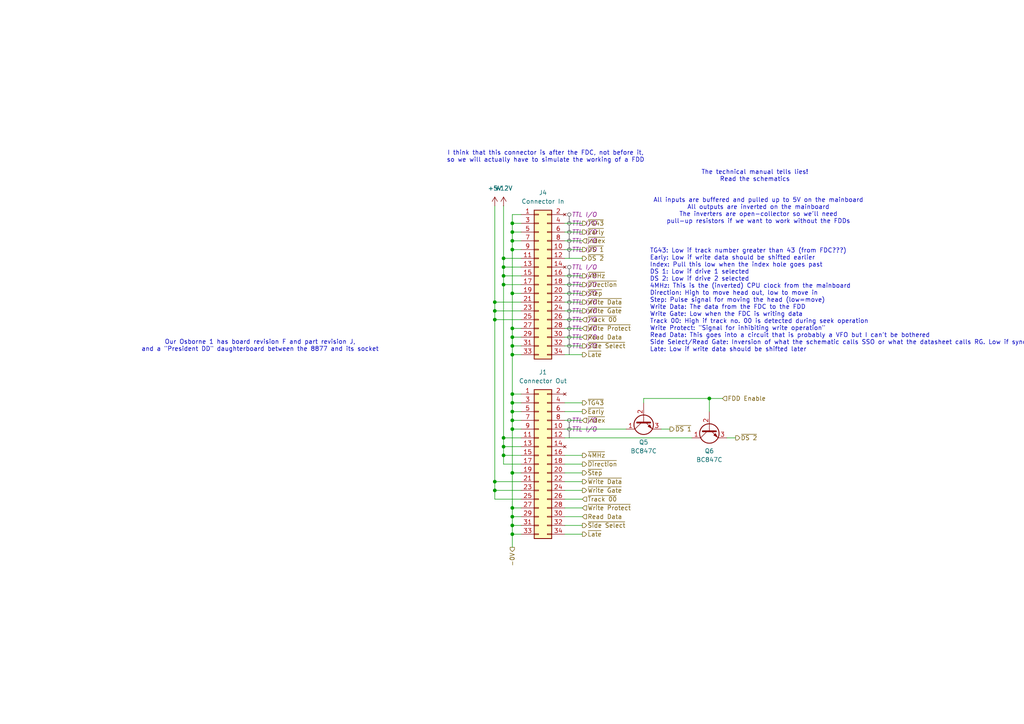
<source format=kicad_sch>
(kicad_sch (version 20231120) (generator "eeschema") (generator_version "8.0")
  (paper "A4")
  (lib_symbols
    (symbol "Conn_02x17_Odd_Even_1" (pin_names (offset 1.016) hide)
      (property "Reference" "J4" (at 1.27 26.67 0))
      (property "Value" "Connector Out" (at 1.27 24.13 0))
      (symbol "Conn_02x17_Odd_Even_1_1_1"
        (rectangle (start -1.27 -20.193) (end 0 -20.447) (stroke (width 0.1524)))
        (rectangle (start -1.27 -17.653) (end 0 -17.907) (stroke (width 0.1524)))
        (rectangle (start -1.27 -15.113) (end 0 -15.367) (stroke (width 0.1524)))
        (rectangle (start -1.27 -12.573) (end 0 -12.827) (stroke (width 0.1524)))
        (rectangle (start -1.27 -10.033) (end 0 -10.287) (stroke (width 0.1524)))
        (rectangle (start -1.27 -7.493) (end 0 -7.747) (stroke (width 0.1524)))
        (rectangle (start -1.27 -4.953) (end 0 -5.207) (stroke (width 0.1524)))
        (rectangle (start -1.27 -2.413) (end 0 -2.667) (stroke (width 0.1524)))
        (rectangle (start -1.27 0.127) (end 0 -0.127) (stroke (width 0.1524)))
        (rectangle (start -1.27 2.667) (end 0 2.413) (stroke (width 0.1524)))
        (rectangle (start -1.27 5.207) (end 0 4.953) (stroke (width 0.1524)))
        (rectangle (start -1.27 7.747) (end 0 7.493) (stroke (width 0.1524)))
        (rectangle (start -1.27 10.287) (end 0 10.033) (stroke (width 0.1524)))
        (rectangle (start -1.27 12.827) (end 0 12.573) (stroke (width 0.1524)))
        (rectangle (start -1.27 15.367) (end 0 15.113) (stroke (width 0.1524)))
        (rectangle (start -1.27 17.907) (end 0 17.653) (stroke (width 0.1524)))
        (rectangle (start -1.27 20.447) (end 0 20.193) (stroke (width 0.1524)))
        (rectangle (start -1.27 21.59) (end 3.81 -21.59) (stroke (width 0.254)) (fill (type background)))
        (rectangle (start 3.81 -20.193) (end 2.54 -20.447) (stroke (width 0.1524)))
        (rectangle (start 3.81 -17.653) (end 2.54 -17.907) (stroke (width 0.1524)))
        (rectangle (start 3.81 -15.113) (end 2.54 -15.367) (stroke (width 0.1524)))
        (rectangle (start 3.81 -12.573) (end 2.54 -12.827) (stroke (width 0.1524)))
        (rectangle (start 3.81 -10.033) (end 2.54 -10.287) (stroke (width 0.1524)))
        (rectangle (start 3.81 -7.493) (end 2.54 -7.747) (stroke (width 0.1524)))
        (rectangle (start 3.81 -4.953) (end 2.54 -5.207) (stroke (width 0.1524)))
        (rectangle (start 3.81 -2.413) (end 2.54 -2.667) (stroke (width 0.1524)))
        (rectangle (start 3.81 0.127) (end 2.54 -0.127) (stroke (width 0.1524)))
        (rectangle (start 3.81 2.667) (end 2.54 2.413) (stroke (width 0.1524)))
        (rectangle (start 3.81 5.207) (end 2.54 4.953) (stroke (width 0.1524)))
        (rectangle (start 3.81 7.747) (end 2.54 7.493) (stroke (width 0.1524)))
        (rectangle (start 3.81 10.287) (end 2.54 10.033) (stroke (width 0.1524)))
        (rectangle (start 3.81 12.827) (end 2.54 12.573) (stroke (width 0.1524)))
        (rectangle (start 3.81 15.367) (end 2.54 15.113) (stroke (width 0.1524)))
        (rectangle (start 3.81 17.907) (end 2.54 17.653) (stroke (width 0.1524)))
        (rectangle (start 3.81 20.447) (end 2.54 20.193) (stroke (width 0.1524)))
        (pin passive line (at -5.08 20.32 0) (length 3.81) (name "Pin_1") (number "1"))
        (pin passive line (at 7.62 10.16 180) (length 3.81) (name "Pin_10") (number "10"))
        (pin passive line (at -5.08 7.62 0) (length 3.81) (name "Pin_11") (number "11"))
        (pin passive line (at 7.62 7.62 180) (length 3.81) (name "Pin_12") (number "12"))
        (pin passive line (at -5.08 5.08 0) (length 3.81) (name "Pin_13") (number "13"))
        (pin no_connect line (at 7.62 5.08 180) (length 3.81) (name "Pin_14") (number "14"))
        (pin passive line (at -5.08 2.54 0) (length 3.81) (name "Pin_15") (number "15"))
        (pin passive line (at 7.62 2.54 180) (length 3.81) (name "Pin_16") (number "16"))
        (pin passive line (at -5.08 0 0) (length 3.81) (name "Pin_17") (number "17"))
        (pin passive line (at 7.62 0 180) (length 3.81) (name "Pin_18") (number "18"))
        (pin passive line (at -5.08 -2.54 0) (length 3.81) (name "Pin_19") (number "19"))
        (pin no_connect line (at 7.62 20.32 180) (length 3.81) (name "Pin_2") (number "2"))
        (pin passive line (at 7.62 -2.54 180) (length 3.81) (name "Pin_20") (number "20"))
        (pin passive line (at -5.08 -5.08 0) (length 3.81) (name "Pin_21") (number "21"))
        (pin passive line (at 7.62 -5.08 180) (length 3.81) (name "Pin_22") (number "22"))
        (pin passive line (at -5.08 -7.62 0) (length 3.81) (name "Pin_23") (number "23"))
        (pin passive line (at 7.62 -7.62 180) (length 3.81) (name "Pin_24") (number "24"))
        (pin passive line (at -5.08 -10.16 0) (length 3.81) (name "Pin_25") (number "25"))
        (pin passive line (at 7.62 -10.16 180) (length 3.81) (name "Pin_26") (number "26"))
        (pin passive line (at -5.08 -12.7 0) (length 3.81) (name "Pin_27") (number "27"))
        (pin passive line (at 7.62 -12.7 180) (length 3.81) (name "Pin_28") (number "28"))
        (pin passive line (at -5.08 -15.24 0) (length 3.81) (name "Pin_29") (number "29"))
        (pin passive line (at -5.08 17.78 0) (length 3.81) (name "Pin_3") (number "3"))
        (pin passive line (at 7.62 -15.24 180) (length 3.81) (name "Pin_30") (number "30"))
        (pin passive line (at -5.08 -17.78 0) (length 3.81) (name "Pin_31") (number "31"))
        (pin passive line (at 7.62 -17.78 180) (length 3.81) (name "Pin_32") (number "32"))
        (pin passive line (at -5.08 -20.32 0) (length 3.81) (name "Pin_33") (number "33"))
        (pin passive line (at 7.62 -20.32 180) (length 3.81) (name "Pin_34") (number "34"))
        (pin passive line (at 7.62 17.78 180) (length 3.81) (name "Pin_4") (number "4"))
        (pin passive line (at -5.08 15.24 0) (length 3.81) (name "Pin_5") (number "5"))
        (pin passive line (at 7.62 15.24 180) (length 3.81) (name "Pin_6") (number "6"))
        (pin passive line (at -5.08 12.7 0) (length 3.81) (name "Pin_7") (number "7"))
        (pin passive line (at 7.62 12.7 180) (length 3.81) (name "Pin_8") (number "8"))
        (pin passive line (at -5.08 10.16 0) (length 3.81) (name "Pin_9") (number "9"))
      )
    )
    (symbol "Connector_Generic:Conn_02x17_Odd_Even" (pin_names (offset 1.016) hide)
      (property "Reference" "J1" (at 1.27 26.67 0))
      (property "Value" "Connector In" (at 1.27 24.13 0))
      (symbol "Conn_02x17_Odd_Even_1_1"
        (rectangle (start -1.27 -20.193) (end 0 -20.447) (stroke (width 0.1524)))
        (rectangle (start -1.27 -17.653) (end 0 -17.907) (stroke (width 0.1524)))
        (rectangle (start -1.27 -15.113) (end 0 -15.367) (stroke (width 0.1524)))
        (rectangle (start -1.27 -12.573) (end 0 -12.827) (stroke (width 0.1524)))
        (rectangle (start -1.27 -10.033) (end 0 -10.287) (stroke (width 0.1524)))
        (rectangle (start -1.27 -7.493) (end 0 -7.747) (stroke (width 0.1524)))
        (rectangle (start -1.27 -4.953) (end 0 -5.207) (stroke (width 0.1524)))
        (rectangle (start -1.27 -2.413) (end 0 -2.667) (stroke (width 0.1524)))
        (rectangle (start -1.27 0.127) (end 0 -0.127) (stroke (width 0.1524)))
        (rectangle (start -1.27 2.667) (end 0 2.413) (stroke (width 0.1524)))
        (rectangle (start -1.27 5.207) (end 0 4.953) (stroke (width 0.1524)))
        (rectangle (start -1.27 7.747) (end 0 7.493) (stroke (width 0.1524)))
        (rectangle (start -1.27 10.287) (end 0 10.033) (stroke (width 0.1524)))
        (rectangle (start -1.27 12.827) (end 0 12.573) (stroke (width 0.1524)))
        (rectangle (start -1.27 15.367) (end 0 15.113) (stroke (width 0.1524)))
        (rectangle (start -1.27 17.907) (end 0 17.653) (stroke (width 0.1524)))
        (rectangle (start -1.27 20.447) (end 0 20.193) (stroke (width 0.1524)))
        (rectangle (start -1.27 21.59) (end 3.81 -21.59) (stroke (width 0.254)) (fill (type background)))
        (rectangle (start 3.81 -20.193) (end 2.54 -20.447) (stroke (width 0.1524)))
        (rectangle (start 3.81 -17.653) (end 2.54 -17.907) (stroke (width 0.1524)))
        (rectangle (start 3.81 -15.113) (end 2.54 -15.367) (stroke (width 0.1524)))
        (rectangle (start 3.81 -12.573) (end 2.54 -12.827) (stroke (width 0.1524)))
        (rectangle (start 3.81 -10.033) (end 2.54 -10.287) (stroke (width 0.1524)))
        (rectangle (start 3.81 -7.493) (end 2.54 -7.747) (stroke (width 0.1524)))
        (rectangle (start 3.81 -4.953) (end 2.54 -5.207) (stroke (width 0.1524)))
        (rectangle (start 3.81 -2.413) (end 2.54 -2.667) (stroke (width 0.1524)))
        (rectangle (start 3.81 0.127) (end 2.54 -0.127) (stroke (width 0.1524)))
        (rectangle (start 3.81 2.667) (end 2.54 2.413) (stroke (width 0.1524)))
        (rectangle (start 3.81 5.207) (end 2.54 4.953) (stroke (width 0.1524)))
        (rectangle (start 3.81 7.747) (end 2.54 7.493) (stroke (width 0.1524)))
        (rectangle (start 3.81 10.287) (end 2.54 10.033) (stroke (width 0.1524)))
        (rectangle (start 3.81 12.827) (end 2.54 12.573) (stroke (width 0.1524)))
        (rectangle (start 3.81 15.367) (end 2.54 15.113) (stroke (width 0.1524)))
        (rectangle (start 3.81 17.907) (end 2.54 17.653) (stroke (width 0.1524)))
        (rectangle (start 3.81 20.447) (end 2.54 20.193) (stroke (width 0.1524)))
        (pin power_out line (at -5.08 20.32 0) (length 3.81) (name "Pin_1") (number "1"))
        (pin output line (at 7.62 10.16 180) (length 3.81) (name "Pin_10") (number "10"))
        (pin power_out line (at -5.08 7.62 0) (length 3.81) (name "Pin_11") (number "11"))
        (pin output line (at 7.62 7.62 180) (length 3.81) (name "Pin_12") (number "12"))
        (pin passive line (at -5.08 5.08 0) (length 3.81) (name "Pin_13") (number "13"))
        (pin no_connect line (at 7.62 5.08 180) (length 3.81) (name "Pin_14") (number "14"))
        (pin passive line (at -5.08 2.54 0) (length 3.81) (name "Pin_15") (number "15"))
        (pin output line (at 7.62 2.54 180) (length 3.81) (name "Pin_16") (number "16"))
        (pin passive line (at -5.08 0 0) (length 3.81) (name "Pin_17") (number "17"))
        (pin output line (at 7.62 0 180) (length 3.81) (name "Pin_18") (number "18"))
        (pin passive line (at -5.08 -2.54 0) (length 3.81) (name "Pin_19") (number "19"))
        (pin no_connect line (at 7.62 20.32 180) (length 3.81) (name "Pin_2") (number "2"))
        (pin output line (at 7.62 -2.54 180) (length 3.81) (name "Pin_20") (number "20"))
        (pin power_out line (at -5.08 -5.08 0) (length 3.81) (name "Pin_21") (number "21"))
        (pin output line (at 7.62 -5.08 180) (length 3.81) (name "Pin_22") (number "22"))
        (pin passive line (at -5.08 -7.62 0) (length 3.81) (name "Pin_23") (number "23"))
        (pin output line (at 7.62 -7.62 180) (length 3.81) (name "Pin_24") (number "24"))
        (pin passive line (at -5.08 -10.16 0) (length 3.81) (name "Pin_25") (number "25"))
        (pin input line (at 7.62 -10.16 180) (length 3.81) (name "Pin_26") (number "26"))
        (pin passive line (at -5.08 -12.7 0) (length 3.81) (name "Pin_27") (number "27"))
        (pin input line (at 7.62 -12.7 180) (length 3.81) (name "Pin_28") (number "28"))
        (pin passive line (at -5.08 -15.24 0) (length 3.81) (name "Pin_29") (number "29"))
        (pin passive line (at -5.08 17.78 0) (length 3.81) (name "Pin_3") (number "3"))
        (pin input line (at 7.62 -15.24 180) (length 3.81) (name "Pin_30") (number "30"))
        (pin passive line (at -5.08 -17.78 0) (length 3.81) (name "Pin_31") (number "31"))
        (pin output line (at 7.62 -17.78 180) (length 3.81) (name "Pin_32") (number "32"))
        (pin passive line (at -5.08 -20.32 0) (length 3.81) (name "Pin_33") (number "33"))
        (pin output line (at 7.62 -20.32 180) (length 3.81) (name "Pin_34") (number "34"))
        (pin output line (at 7.62 17.78 180) (length 3.81) (name "Pin_4") (number "4"))
        (pin passive line (at -5.08 15.24 0) (length 3.81) (name "Pin_5") (number "5"))
        (pin output line (at 7.62 15.24 180) (length 3.81) (name "Pin_6") (number "6"))
        (pin passive line (at -5.08 12.7 0) (length 3.81) (name "Pin_7") (number "7"))
        (pin input line (at 7.62 12.7 180) (length 3.81) (name "Pin_8") (number "8"))
        (pin passive line (at -5.08 10.16 0) (length 3.81) (name "Pin_9") (number "9"))
      )
    )
    (symbol "Transistor_BJT:BC547" (pin_names (offset 0) hide)
      (property "Reference" "Q" (at 5.08 1.905 0))
      (property "Value" "BC547" (at 5.08 0 0))
      (symbol "BC547_0_1"
        (polyline (pts (xy 0 0) (xy 0.635 0)))
        (polyline (pts (xy 0.635 0.635) (xy 2.54 2.54)))
        (polyline (pts (xy 0.635 -0.635) (xy 2.54 -2.54) (xy 2.54 -2.54)))
        (polyline (pts (xy 0.635 1.905) (xy 0.635 -1.905) (xy 0.635 -1.905)) (stroke (width 0.508)))
        (polyline (pts (xy 1.27 -1.778) (xy 1.778 -1.27) (xy 2.286 -2.286) (xy 1.27 -1.778) (xy 1.27 -1.778)) (fill (type outline)))
        (circle (center 1.27 0) (radius 2.8194) (stroke (width 0.254)))
      )
      (symbol "BC547_1_1"
        (pin passive line (at 2.54 5.08 270) (length 2.54) (name "C") (number "1"))
        (pin input line (at -5.08 0 0) (length 5.08) (name "B") (number "2"))
        (pin passive line (at 2.54 -5.08 90) (length 2.54) (name "E") (number "3"))
      )
    )
    (symbol "power:+12V" (power) (pin_numbers hide) (pin_names (offset 0) hide)
      (property "Value" "+12V" (at 0 3.556 0))
      (symbol "+12V_0_1"
        (polyline (pts (xy -0.762 1.27) (xy 0 2.54)))
        (polyline (pts (xy 0 0) (xy 0 2.54)))
        (polyline (pts (xy 0 2.54) (xy 0.762 1.27)))
      )
      (symbol "+12V_1_1"
        (pin power_in line (at 0 0 90) (length 0) (name "~") (number "1"))
      )
    )
    (symbol "power:+5V" (power) (pin_numbers hide) (pin_names (offset 0) hide)
      (property "Value" "+5V" (at 0 3.556 0))
      (symbol "+5V_0_1"
        (polyline (pts (xy -0.762 1.27) (xy 0 2.54)))
        (polyline (pts (xy 0 0) (xy 0 2.54)))
        (polyline (pts (xy 0 2.54) (xy 0.762 1.27)))
      )
      (symbol "+5V_1_1"
        (pin power_in line (at 0 0 90) (length 0) (name "~") (number "1"))
      )
    )
  )
  (junction (at 148.59 149.86))
  (junction (at 148.59 64.77))
  (junction (at 148.59 69.85))
  (junction (at 143.51 87.63))
  (junction (at 146.05 77.47))
  (junction (at 148.59 97.79))
  (junction (at 148.59 102.87))
  (junction (at 148.59 124.46))
  (junction (at 148.59 114.3))
  (junction (at 148.59 154.94))
  (junction (at 205.74 115.57))
  (junction (at 148.59 152.4))
  (junction (at 148.59 147.32))
  (junction (at 146.05 74.93))
  (junction (at 148.59 119.38))
  (junction (at 143.51 92.71))
  (junction (at 148.59 85.09))
  (junction (at 148.59 116.84))
  (junction (at 146.05 82.55))
  (junction (at 143.51 142.24))
  (junction (at 148.59 121.92))
  (junction (at 146.05 127))
  (junction (at 148.59 72.39))
  (junction (at 146.05 80.01))
  (junction (at 146.05 129.54))
  (junction (at 148.59 137.16))
  (junction (at 148.59 67.31))
  (junction (at 143.51 90.17))
  (junction (at 148.59 100.33))
  (junction (at 148.59 95.25))
  (junction (at 143.51 139.7))
  (junction (at 146.05 132.08))
  (wire (pts (xy 143.51 92.71) (xy 151.13 92.71)))
  (wire (pts (xy 163.83 74.93) (xy 168.91 74.93)))
  (wire (pts (xy 148.59 97.79) (xy 148.59 100.33)))
  (wire (pts (xy 148.59 67.31) (xy 148.59 69.85)))
  (wire (pts (xy 163.83 80.01) (xy 168.91 80.01)))
  (wire (pts (xy 148.59 69.85) (xy 151.13 69.85)))
  (wire (pts (xy 148.59 154.94) (xy 151.13 154.94)))
  (wire (pts (xy 146.05 132.08) (xy 146.05 129.54)))
  (wire (pts (xy 148.59 149.86) (xy 148.59 152.4)))
  (wire (pts (xy 163.83 119.38) (xy 168.91 119.38)))
  (wire (pts (xy 163.83 144.78) (xy 168.91 144.78)))
  (wire (pts (xy 148.59 67.31) (xy 151.13 67.31)))
  (wire (pts (xy 148.59 102.87) (xy 148.59 114.3)))
  (wire (pts (xy 163.83 154.94) (xy 168.91 154.94)))
  (wire (pts (xy 151.13 102.87) (xy 148.59 102.87)))
  (wire (pts (xy 146.05 59.69) (xy 146.05 74.93)))
  (wire (pts (xy 163.83 97.79) (xy 168.91 97.79)))
  (wire (pts (xy 148.59 114.3) (xy 151.13 114.3)))
  (wire (pts (xy 143.51 144.78) (xy 143.51 142.24)))
  (wire (pts (xy 148.59 72.39) (xy 148.59 85.09)))
  (wire (pts (xy 163.83 67.31) (xy 168.91 67.31)))
  (wire (pts (xy 148.59 64.77) (xy 148.59 67.31)))
  (wire (pts (xy 163.83 127) (xy 200.66 127)))
  (wire (pts (xy 194.31 124.46) (xy 191.77 124.46)))
  (wire (pts (xy 148.59 147.32) (xy 148.59 149.86)))
  (wire (pts (xy 205.74 115.57) (xy 205.74 119.38)))
  (wire (pts (xy 148.59 100.33) (xy 151.13 100.33)))
  (wire (pts (xy 163.83 116.84) (xy 168.91 116.84)))
  (wire (pts (xy 151.13 62.23) (xy 148.59 62.23)))
  (wire (pts (xy 146.05 74.93) (xy 151.13 74.93)))
  (wire (pts (xy 163.83 102.87) (xy 168.91 102.87)))
  (wire (pts (xy 148.59 116.84) (xy 151.13 116.84)))
  (wire (pts (xy 143.51 90.17) (xy 151.13 90.17)))
  (wire (pts (xy 148.59 119.38) (xy 151.13 119.38)))
  (wire (pts (xy 163.83 142.24) (xy 168.91 142.24)))
  (wire (pts (xy 143.51 142.24) (xy 143.51 139.7)))
  (wire (pts (xy 143.51 87.63) (xy 143.51 90.17)))
  (wire (pts (xy 148.59 72.39) (xy 151.13 72.39)))
  (wire (pts (xy 146.05 127) (xy 151.13 127)))
  (wire (pts (xy 163.83 85.09) (xy 168.91 85.09)))
  (wire (pts (xy 146.05 127) (xy 146.05 82.55)))
  (wire (pts (xy 151.13 144.78) (xy 143.51 144.78)))
  (wire (pts (xy 148.59 124.46) (xy 148.59 137.16)))
  (wire (pts (xy 163.83 69.85) (xy 168.91 69.85)))
  (wire (pts (xy 148.59 154.94) (xy 148.59 158.75)))
  (wire (pts (xy 146.05 82.55) (xy 151.13 82.55)))
  (wire (pts (xy 163.83 100.33) (xy 168.91 100.33)))
  (wire (pts (xy 163.83 132.08) (xy 168.91 132.08)))
  (wire (pts (xy 148.59 114.3) (xy 148.59 116.84)))
  (wire (pts (xy 163.83 121.92) (xy 168.91 121.92)))
  (wire (pts (xy 143.51 142.24) (xy 151.13 142.24)))
  (wire (pts (xy 148.59 149.86) (xy 151.13 149.86)))
  (wire (pts (xy 146.05 74.93) (xy 146.05 77.47)))
  (wire (pts (xy 148.59 137.16) (xy 151.13 137.16)))
  (wire (pts (xy 148.59 100.33) (xy 148.59 102.87)))
  (wire (pts (xy 146.05 129.54) (xy 151.13 129.54)))
  (wire (pts (xy 209.55 115.57) (xy 205.74 115.57)))
  (wire (pts (xy 148.59 152.4) (xy 148.59 154.94)))
  (wire (pts (xy 148.59 121.92) (xy 151.13 121.92)))
  (wire (pts (xy 148.59 95.25) (xy 151.13 95.25)))
  (wire (pts (xy 143.51 90.17) (xy 143.51 92.71)))
  (wire (pts (xy 148.59 97.79) (xy 151.13 97.79)))
  (wire (pts (xy 210.82 127) (xy 213.36 127)))
  (wire (pts (xy 148.59 152.4) (xy 151.13 152.4)))
  (wire (pts (xy 143.51 139.7) (xy 151.13 139.7)))
  (wire (pts (xy 163.83 82.55) (xy 168.91 82.55)))
  (wire (pts (xy 148.59 147.32) (xy 151.13 147.32)))
  (wire (pts (xy 148.59 62.23) (xy 148.59 64.77)))
  (wire (pts (xy 163.83 90.17) (xy 168.91 90.17)))
  (wire (pts (xy 146.05 80.01) (xy 151.13 80.01)))
  (wire (pts (xy 148.59 116.84) (xy 148.59 119.38)))
  (wire (pts (xy 148.59 121.92) (xy 148.59 124.46)))
  (wire (pts (xy 151.13 134.62) (xy 146.05 134.62)))
  (wire (pts (xy 146.05 134.62) (xy 146.05 132.08)))
  (wire (pts (xy 163.83 87.63) (xy 168.91 87.63)))
  (wire (pts (xy 163.83 139.7) (xy 168.91 139.7)))
  (wire (pts (xy 163.83 149.86) (xy 168.91 149.86)))
  (wire (pts (xy 146.05 77.47) (xy 146.05 80.01)))
  (wire (pts (xy 143.51 87.63) (xy 151.13 87.63)))
  (wire (pts (xy 143.51 139.7) (xy 143.51 92.71)))
  (wire (pts (xy 163.83 92.71) (xy 168.91 92.71)))
  (wire (pts (xy 163.83 72.39) (xy 168.91 72.39)))
  (wire (pts (xy 143.51 59.69) (xy 143.51 87.63)))
  (wire (pts (xy 148.59 85.09) (xy 151.13 85.09)))
  (wire (pts (xy 148.59 119.38) (xy 148.59 121.92)))
  (wire (pts (xy 148.59 137.16) (xy 148.59 147.32)))
  (wire (pts (xy 148.59 64.77) (xy 151.13 64.77)))
  (wire (pts (xy 163.83 137.16) (xy 168.91 137.16)))
  (wire (pts (xy 146.05 80.01) (xy 146.05 82.55)))
  (wire (pts (xy 163.83 147.32) (xy 168.91 147.32)))
  (wire (pts (xy 146.05 77.47) (xy 151.13 77.47)))
  (wire (pts (xy 148.59 124.46) (xy 151.13 124.46)))
  (wire (pts (xy 163.83 152.4) (xy 168.91 152.4)))
  (wire (pts (xy 181.61 124.46) (xy 163.83 124.46)))
  (wire (pts (xy 148.59 69.85) (xy 148.59 72.39)))
  (wire (pts (xy 186.69 115.57) (xy 186.69 116.84)))
  (wire (pts (xy 163.83 64.77) (xy 168.91 64.77)))
  (wire (pts (xy 163.83 134.62) (xy 168.91 134.62)))
  (wire (pts (xy 205.74 115.57) (xy 186.69 115.57)))
  (wire (pts (xy 146.05 129.54) (xy 146.05 127)))
  (wire (pts (xy 163.83 95.25) (xy 168.91 95.25)))
  (wire (pts (xy 148.59 95.25) (xy 148.59 97.79)))
  (wire (pts (xy 146.05 132.08) (xy 151.13 132.08)))
  (wire (pts (xy 148.59 85.09) (xy 148.59 95.25)))
  (text "TG43: Low if track number greater than 43 (from FDC???)\nEarly: Low if write data should be shifted earlier\nIndex: Pull this low when the index hole goes past\nDS 1: Low if drive 1 selected\nDS 2: Low if drive 2 selected\n4MHz: This is the (inverted) CPU clock from the mainboard\nDirection: High to move head out, low to move in\nStep: Pulse signal for moving the head (low=move)\nWrite Data: The data from the FDC to the FDD\nWrite Gate: Low when the FDC is writing data\nTrack 00: High if track no. 00 is detected during seek operation\nWrite Protect: \"Signal for inhibiting write operation\"\nRead Data: This goes into a circuit that is probably a VFO but I can't be bothered\nSide Select/Read Gate: Inversion of what the schematic calls SSO or what the datasheet calls RG. Low if sync byte found\nLate: Low if write data should be shifted later" (at 188.468 87.122 0) (effects (font (size 1.27 1.27)) (justify left)))
  (text "The technical manual tells lies!\nRead the schematics" (at 218.948 51.054 0) (effects (font (size 1.27 1.27))))
  (text "I think that this connector is after the FDC, not before it,\nso we will actually have to simulate the working of a FDD" (at 158.242 45.466 0) (effects (font (size 1.27 1.27))))
  (text "All inputs are buffered and pulled up to 5V on the mainboard\nAll outputs are inverted on the mainboard\nThe inverters are open-collector so we'll need\npull-up resistors if we want to work without the FDDs" (at 219.964 61.214 0) (effects (font (size 1.27 1.27))))
  (text "Our Osborne 1 has board revision F and part revision J,\nand a \"President DD\" daughterboard between the 8877 and its socket" (at 75.438 100.33 0) (effects (font (size 1.27 1.27))))
  (hierarchical_label "~{4MHz}" (shape output) (at 168.91 80.01 0))
  (hierarchical_label "~{4MHz}" (shape output) (at 168.91 132.08 0))
  (hierarchical_label "~{Write Data}" (shape output) (at 168.91 87.63 0))
  (hierarchical_label "~{Write Data}" (shape output) (at 168.91 139.7 0))
  (hierarchical_label "~{TG43}" (shape output) (at 168.91 116.84 0))
  (hierarchical_label "~{Write Protect}" (shape input) (at 168.91 147.32 0))
  (hierarchical_label "~{Side Select}" (shape output) (at 168.91 100.33 0))
  (hierarchical_label "~{Step}" (shape output) (at 168.91 137.16 0))
  (hierarchical_label "~{Index}" (shape input) (at 168.91 69.85 0))
  (hierarchical_label "-0V" (shape output) (at 148.59 158.75 270))
  (hierarchical_label "~{Side Select}" (shape output) (at 168.91 152.4 0))
  (hierarchical_label "~{Direction}" (shape output) (at 168.91 134.62 0))
  (hierarchical_label "~{DS 2}" (shape output) (at 168.91 74.93 0))
  (hierarchical_label "~{Late}" (shape output) (at 168.91 154.94 0))
  (hierarchical_label "Read Data" (shape input) (at 168.91 97.79 0))
  (hierarchical_label "~{Track 00}" (shape input) (at 168.91 92.71 0))
  (hierarchical_label "~{Late}" (shape output) (at 168.91 102.87 0))
  (hierarchical_label "~{Index}" (shape input) (at 168.91 121.92 0))
  (hierarchical_label "FDD Enable" (shape input) (at 209.55 115.57 0))
  (hierarchical_label "~{Early}" (shape output) (at 168.91 67.31 0))
  (hierarchical_label "~{TG43}" (shape output) (at 168.91 64.77 0))
  (hierarchical_label "~{DS 1}" (shape output) (at 194.31 124.46 0))
  (hierarchical_label "~{Early}" (shape output) (at 168.91 119.38 0))
  (hierarchical_label "~{Write Gate}" (shape output) (at 168.91 142.24 0))
  (hierarchical_label "Read Data" (shape input) (at 168.91 149.86 0))
  (hierarchical_label "~{DS 2}" (shape output) (at 213.36 127 0))
  (hierarchical_label "~{Write Gate}" (shape output) (at 168.91 90.17 0))
  (hierarchical_label "~{DS 1}" (shape output) (at 168.91 72.39 0))
  (hierarchical_label "~{Step}" (shape output) (at 168.91 85.09 0))
  (hierarchical_label "~{Direction}" (shape output) (at 168.91 82.55 0))
  (hierarchical_label "~{Write Protect}" (shape input) (at 168.91 95.25 0))
  (hierarchical_label "~{Track 00}" (shape input) (at 168.91 144.78 0))
  (netclass_flag "" (length 2.54) (shape round) (at 165.1 102.87 0) (property "Netclass" "TTL I/O" (at 165.7985 100.33 0) (effects (font (italic yes)) (justify left))))
  (netclass_flag "" (length 2.54) (shape round) (at 165.1 64.77 0) (property "Netclass" "TTL I/O" (at 165.7985 62.23 0) (effects (font (italic yes)) (justify left))))
  (netclass_flag "" (length 2.54) (shape round) (at 165.1 74.93 0) (property "Netclass" "TTL I/O" (at 165.7985 72.39 0) (effects (font (italic yes)) (justify left))))
  (netclass_flag "" (length 2.54) (shape round) (at 165.1 85.09 0) (property "Netclass" "TTL I/O" (at 165.7985 82.55 0) (effects (font (italic yes)) (justify left))))
  (netclass_flag "" (length 2.54) (shape round) (at 165.1 72.39 0) (property "Netclass" "TTL I/O" (at 165.7985 69.85 0) (effects (font (italic yes)) (justify left))))
  (netclass_flag "" (length 2.54) (shape round) (at 165.1 95.25 0) (property "Netclass" "TTL I/O" (at 165.7985 92.71 0) (effects (font (italic yes)) (justify left))))
  (netclass_flag "" (length 2.54) (shape round) (at 165.1 69.85 0) (property "Netclass" "TTL I/O" (at 165.7985 67.31 0) (effects (font (italic yes)) (justify left))))
  (netclass_flag "" (length 2.54) (shape round) (at 165.1 82.55 0) (property "Netclass" "TTL I/O" (at 165.7985 80.01 0) (effects (font (italic yes)) (justify left))))
  (netclass_flag "" (length 2.54) (shape round) (at 165.1 97.79 0) (property "Netclass" "TTL I/O" (at 165.7985 95.25 0) (effects (font (italic yes)) (justify left))))
  (netclass_flag "" (length 2.54) (shape round) (at 165.1 67.31 0) (property "Netclass" "TTL I/O" (at 165.7985 64.77 0) (effects (font (italic yes)) (justify left))))
  (netclass_flag "" (length 2.54) (shape round) (at 165.1 127 0) (property "Netclass" "TTL I/O" (at 165.7985 124.46 0) (effects (font (italic yes)) (justify left))))
  (netclass_flag "" (length 2.54) (shape round) (at 165.1 80.01 0) (property "Netclass" "TTL I/O" (at 165.7985 77.47 0) (effects (font (italic yes)) (justify left))))
  (netclass_flag "" (length 2.54) (shape round) (at 165.1 100.33 0) (property "Netclass" "TTL I/O" (at 165.7985 97.79 0) (effects (font (italic yes)) (justify left))))
  (netclass_flag "" (length 2.54) (shape round) (at 165.1 124.46 0) (property "Netclass" "TTL I/O" (at 165.7985 121.92 0) (effects (font (italic yes)) (justify left))))
  (netclass_flag "" (length 2.54) (shape round) (at 165.1 90.17 0) (property "Netclass" "TTL I/O" (at 165.7985 87.63 0) (effects (font (italic yes)) (justify left))))
  (netclass_flag "" (length 2.54) (shape round) (at 165.1 92.71 0) (property "Netclass" "TTL I/O" (at 165.7985 90.17 0) (effects (font (italic yes)) (justify left))))
  (netclass_flag "" (length 2.54) (shape round) (at 165.1 87.63 0) (property "Netclass" "TTL I/O" (at 165.7985 85.09 0) (effects (font (italic yes)) (justify left))))
  (symbol (lib_id "power:+5V") (at 143.51 59.69 0) (unit 1)
    (property "Reference" "#PWR023" (effects (hide yes)))
    (property "Value" "+5V" (at 143.51 54.61 0))
    (property "Description" "Power symbol creates a global label with name \"+5V\"" (effects (hide yes)))
  )
  (symbol (lib_id "Connector_Generic:Conn_02x17_Odd_Even") (at 156.21 82.55 0) (unit 1)
    (property "Reference" "J4" (at 157.48 55.88 0))
    (property "Value" "Connector In" (at 157.48 58.42 0))
    (property "Footprint" "Connector_PinSocket_2.54mm:PinSocket_2x17_P2.54mm_Vertical_SMD" (effects (hide yes)))
    (property "Description" "Generic connector, double row, 02x17, odd/even pin numbering scheme (row 1 odd numbers, row 2 even numbers), script generated (kicad-library-utils/schlib/autogen/connector/)" (effects (hide yes)))
    (property "Mouser part no." " 710-61304021821" (effects (hide yes)))
  )
  (symbol (lib_id "power:+12V") (at 146.05 59.69 0) (unit 1)
    (property "Reference" "#PWR022" (effects (hide yes)))
    (property "Value" "+12V" (at 146.05 54.61 0))
    (property "Description" "Power symbol creates a global label with name \"+12V\"" (effects (hide yes)))
  )
  (symbol (lib_id "Transistor_BJT:BC547") (at 186.69 121.92 90) (mirror x) (unit 1)
    (property "Reference" "Q5" (at 186.69 128.27 90))
    (property "Value" "BC847C" (at 186.69 130.81 90))
    (property "Footprint" "Package_TO_SOT_SMD:SOT-23_Handsoldering" (effects (hide yes)))
    (property "Datasheet" "https://au.mouser.com/datasheet/2/916/BC847X_SER-3081381.pdf" (effects (hide yes)))
    (property "Description" "0.1A Ic, 45V Vce, Small Signal NPN Transistor, TO-92" (effects (hide yes)))
    (property "Mouser part no." " 771-BC847C-T/R" (effects (hide yes)))
  )
  (symbol (lib_name "Conn_02x17_Odd_Even_1") (lib_id "Connector_Generic:Conn_02x17_Odd_Even") (at 156.21 134.62 0) (unit 1)
    (property "Reference" "J1" (at 157.48 107.95 0))
    (property "Value" "Connector Out" (at 157.48 110.49 0))
    (property "Footprint" "Connector_PinHeader_2.54mm:PinHeader_2x17_P2.54mm_Vertical_SMD" (effects (hide yes)))
    (property "Description" "Generic connector, double row, 02x17, odd/even pin numbering scheme (row 1 odd numbers, row 2 even numbers), script generated (kicad-library-utils/schlib/autogen/connector/)" (effects (hide yes)))
    (property "Mouser part no." " 855-M20-7812045" (effects (hide yes)))
  )
  (symbol (lib_id "Transistor_BJT:BC547") (at 205.74 124.46 90) (mirror x) (unit 1)
    (property "Reference" "Q6" (at 205.74 130.81 90))
    (property "Value" "BC847C" (at 205.74 133.35 90))
    (property "Footprint" "Package_TO_SOT_SMD:SOT-23_Handsoldering" (effects (hide yes)))
    (property "Datasheet" "https://au.mouser.com/datasheet/2/916/BC847X_SER-3081381.pdf" (effects (hide yes)))
    (property "Description" "0.1A Ic, 45V Vce, Small Signal NPN Transistor, TO-92" (effects (hide yes)))
    (property "Mouser part no." " 771-BC847C-T/R" (effects (hide yes)))
  )
)
</source>
